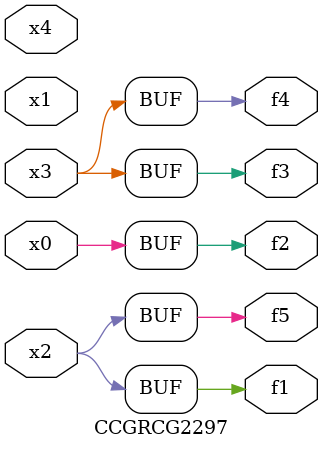
<source format=v>
module CCGRCG2297(
	input x0, x1, x2, x3, x4,
	output f1, f2, f3, f4, f5
);
	assign f1 = x2;
	assign f2 = x0;
	assign f3 = x3;
	assign f4 = x3;
	assign f5 = x2;
endmodule

</source>
